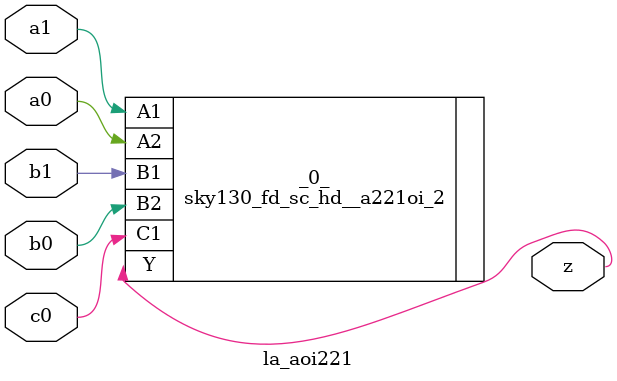
<source format=v>
/* Generated by Yosys 0.37 (git sha1 a5c7f69ed, clang 14.0.0-1ubuntu1.1 -fPIC -Os) */

module la_aoi221(a0, a1, b0, b1, c0, z);
  input a0;
  wire a0;
  input a1;
  wire a1;
  input b0;
  wire b0;
  input b1;
  wire b1;
  input c0;
  wire c0;
  output z;
  wire z;
  sky130_fd_sc_hd__a221oi_2 _0_ (
    .A1(a1),
    .A2(a0),
    .B1(b1),
    .B2(b0),
    .C1(c0),
    .Y(z)
  );
endmodule

</source>
